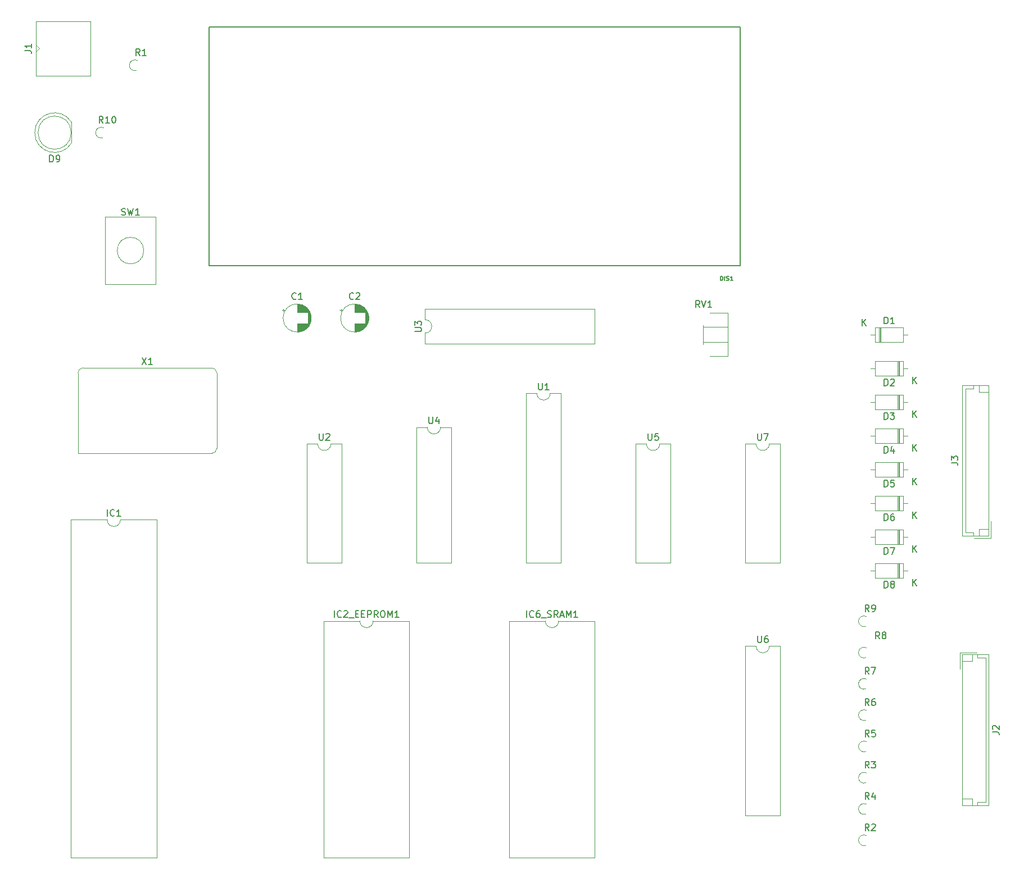
<source format=gbr>
%TF.GenerationSoftware,KiCad,Pcbnew,7.0.8*%
%TF.CreationDate,2023-11-04T10:57:41+00:00*%
%TF.ProjectId,Z80Computer,5a383043-6f6d-4707-9574-65722e6b6963,rev?*%
%TF.SameCoordinates,Original*%
%TF.FileFunction,Legend,Top*%
%TF.FilePolarity,Positive*%
%FSLAX46Y46*%
G04 Gerber Fmt 4.6, Leading zero omitted, Abs format (unit mm)*
G04 Created by KiCad (PCBNEW 7.0.8) date 2023-11-04 10:57:41*
%MOMM*%
%LPD*%
G01*
G04 APERTURE LIST*
%ADD10C,0.150000*%
%ADD11C,0.120000*%
%ADD12C,0.127000*%
G04 APERTURE END LIST*
D10*
X62548810Y-108619819D02*
X62548810Y-107619819D01*
X63596428Y-108524580D02*
X63548809Y-108572200D01*
X63548809Y-108572200D02*
X63405952Y-108619819D01*
X63405952Y-108619819D02*
X63310714Y-108619819D01*
X63310714Y-108619819D02*
X63167857Y-108572200D01*
X63167857Y-108572200D02*
X63072619Y-108476961D01*
X63072619Y-108476961D02*
X63025000Y-108381723D01*
X63025000Y-108381723D02*
X62977381Y-108191247D01*
X62977381Y-108191247D02*
X62977381Y-108048390D01*
X62977381Y-108048390D02*
X63025000Y-107857914D01*
X63025000Y-107857914D02*
X63072619Y-107762676D01*
X63072619Y-107762676D02*
X63167857Y-107667438D01*
X63167857Y-107667438D02*
X63310714Y-107619819D01*
X63310714Y-107619819D02*
X63405952Y-107619819D01*
X63405952Y-107619819D02*
X63548809Y-107667438D01*
X63548809Y-107667438D02*
X63596428Y-107715057D01*
X64548809Y-108619819D02*
X63977381Y-108619819D01*
X64263095Y-108619819D02*
X64263095Y-107619819D01*
X64263095Y-107619819D02*
X64167857Y-107762676D01*
X64167857Y-107762676D02*
X64072619Y-107857914D01*
X64072619Y-107857914D02*
X63977381Y-107905533D01*
X160528095Y-96164819D02*
X160528095Y-96974342D01*
X160528095Y-96974342D02*
X160575714Y-97069580D01*
X160575714Y-97069580D02*
X160623333Y-97117200D01*
X160623333Y-97117200D02*
X160718571Y-97164819D01*
X160718571Y-97164819D02*
X160909047Y-97164819D01*
X160909047Y-97164819D02*
X161004285Y-97117200D01*
X161004285Y-97117200D02*
X161051904Y-97069580D01*
X161051904Y-97069580D02*
X161099523Y-96974342D01*
X161099523Y-96974342D02*
X161099523Y-96164819D01*
X161480476Y-96164819D02*
X162147142Y-96164819D01*
X162147142Y-96164819D02*
X161718571Y-97164819D01*
X96766667Y-123869819D02*
X96766667Y-122869819D01*
X97814285Y-123774580D02*
X97766666Y-123822200D01*
X97766666Y-123822200D02*
X97623809Y-123869819D01*
X97623809Y-123869819D02*
X97528571Y-123869819D01*
X97528571Y-123869819D02*
X97385714Y-123822200D01*
X97385714Y-123822200D02*
X97290476Y-123726961D01*
X97290476Y-123726961D02*
X97242857Y-123631723D01*
X97242857Y-123631723D02*
X97195238Y-123441247D01*
X97195238Y-123441247D02*
X97195238Y-123298390D01*
X97195238Y-123298390D02*
X97242857Y-123107914D01*
X97242857Y-123107914D02*
X97290476Y-123012676D01*
X97290476Y-123012676D02*
X97385714Y-122917438D01*
X97385714Y-122917438D02*
X97528571Y-122869819D01*
X97528571Y-122869819D02*
X97623809Y-122869819D01*
X97623809Y-122869819D02*
X97766666Y-122917438D01*
X97766666Y-122917438D02*
X97814285Y-122965057D01*
X98195238Y-122965057D02*
X98242857Y-122917438D01*
X98242857Y-122917438D02*
X98338095Y-122869819D01*
X98338095Y-122869819D02*
X98576190Y-122869819D01*
X98576190Y-122869819D02*
X98671428Y-122917438D01*
X98671428Y-122917438D02*
X98719047Y-122965057D01*
X98719047Y-122965057D02*
X98766666Y-123060295D01*
X98766666Y-123060295D02*
X98766666Y-123155533D01*
X98766666Y-123155533D02*
X98719047Y-123298390D01*
X98719047Y-123298390D02*
X98147619Y-123869819D01*
X98147619Y-123869819D02*
X98766666Y-123869819D01*
X98957143Y-123965057D02*
X99719047Y-123965057D01*
X99957143Y-123346009D02*
X100290476Y-123346009D01*
X100433333Y-123869819D02*
X99957143Y-123869819D01*
X99957143Y-123869819D02*
X99957143Y-122869819D01*
X99957143Y-122869819D02*
X100433333Y-122869819D01*
X100861905Y-123346009D02*
X101195238Y-123346009D01*
X101338095Y-123869819D02*
X100861905Y-123869819D01*
X100861905Y-123869819D02*
X100861905Y-122869819D01*
X100861905Y-122869819D02*
X101338095Y-122869819D01*
X101766667Y-123869819D02*
X101766667Y-122869819D01*
X101766667Y-122869819D02*
X102147619Y-122869819D01*
X102147619Y-122869819D02*
X102242857Y-122917438D01*
X102242857Y-122917438D02*
X102290476Y-122965057D01*
X102290476Y-122965057D02*
X102338095Y-123060295D01*
X102338095Y-123060295D02*
X102338095Y-123203152D01*
X102338095Y-123203152D02*
X102290476Y-123298390D01*
X102290476Y-123298390D02*
X102242857Y-123346009D01*
X102242857Y-123346009D02*
X102147619Y-123393628D01*
X102147619Y-123393628D02*
X101766667Y-123393628D01*
X103338095Y-123869819D02*
X103004762Y-123393628D01*
X102766667Y-123869819D02*
X102766667Y-122869819D01*
X102766667Y-122869819D02*
X103147619Y-122869819D01*
X103147619Y-122869819D02*
X103242857Y-122917438D01*
X103242857Y-122917438D02*
X103290476Y-122965057D01*
X103290476Y-122965057D02*
X103338095Y-123060295D01*
X103338095Y-123060295D02*
X103338095Y-123203152D01*
X103338095Y-123203152D02*
X103290476Y-123298390D01*
X103290476Y-123298390D02*
X103242857Y-123346009D01*
X103242857Y-123346009D02*
X103147619Y-123393628D01*
X103147619Y-123393628D02*
X102766667Y-123393628D01*
X103957143Y-122869819D02*
X104147619Y-122869819D01*
X104147619Y-122869819D02*
X104242857Y-122917438D01*
X104242857Y-122917438D02*
X104338095Y-123012676D01*
X104338095Y-123012676D02*
X104385714Y-123203152D01*
X104385714Y-123203152D02*
X104385714Y-123536485D01*
X104385714Y-123536485D02*
X104338095Y-123726961D01*
X104338095Y-123726961D02*
X104242857Y-123822200D01*
X104242857Y-123822200D02*
X104147619Y-123869819D01*
X104147619Y-123869819D02*
X103957143Y-123869819D01*
X103957143Y-123869819D02*
X103861905Y-123822200D01*
X103861905Y-123822200D02*
X103766667Y-123726961D01*
X103766667Y-123726961D02*
X103719048Y-123536485D01*
X103719048Y-123536485D02*
X103719048Y-123203152D01*
X103719048Y-123203152D02*
X103766667Y-123012676D01*
X103766667Y-123012676D02*
X103861905Y-122917438D01*
X103861905Y-122917438D02*
X103957143Y-122869819D01*
X104814286Y-123869819D02*
X104814286Y-122869819D01*
X104814286Y-122869819D02*
X105147619Y-123584104D01*
X105147619Y-123584104D02*
X105480952Y-122869819D01*
X105480952Y-122869819D02*
X105480952Y-123869819D01*
X106480952Y-123869819D02*
X105909524Y-123869819D01*
X106195238Y-123869819D02*
X106195238Y-122869819D01*
X106195238Y-122869819D02*
X106100000Y-123012676D01*
X106100000Y-123012676D02*
X106004762Y-123107914D01*
X106004762Y-123107914D02*
X105909524Y-123155533D01*
X151804761Y-77134819D02*
X151471428Y-76658628D01*
X151233333Y-77134819D02*
X151233333Y-76134819D01*
X151233333Y-76134819D02*
X151614285Y-76134819D01*
X151614285Y-76134819D02*
X151709523Y-76182438D01*
X151709523Y-76182438D02*
X151757142Y-76230057D01*
X151757142Y-76230057D02*
X151804761Y-76325295D01*
X151804761Y-76325295D02*
X151804761Y-76468152D01*
X151804761Y-76468152D02*
X151757142Y-76563390D01*
X151757142Y-76563390D02*
X151709523Y-76611009D01*
X151709523Y-76611009D02*
X151614285Y-76658628D01*
X151614285Y-76658628D02*
X151233333Y-76658628D01*
X152090476Y-76134819D02*
X152423809Y-77134819D01*
X152423809Y-77134819D02*
X152757142Y-76134819D01*
X153614285Y-77134819D02*
X153042857Y-77134819D01*
X153328571Y-77134819D02*
X153328571Y-76134819D01*
X153328571Y-76134819D02*
X153233333Y-76277676D01*
X153233333Y-76277676D02*
X153138095Y-76372914D01*
X153138095Y-76372914D02*
X153042857Y-76420533D01*
X177313333Y-156014819D02*
X176980000Y-155538628D01*
X176741905Y-156014819D02*
X176741905Y-155014819D01*
X176741905Y-155014819D02*
X177122857Y-155014819D01*
X177122857Y-155014819D02*
X177218095Y-155062438D01*
X177218095Y-155062438D02*
X177265714Y-155110057D01*
X177265714Y-155110057D02*
X177313333Y-155205295D01*
X177313333Y-155205295D02*
X177313333Y-155348152D01*
X177313333Y-155348152D02*
X177265714Y-155443390D01*
X177265714Y-155443390D02*
X177218095Y-155491009D01*
X177218095Y-155491009D02*
X177122857Y-155538628D01*
X177122857Y-155538628D02*
X176741905Y-155538628D01*
X177694286Y-155110057D02*
X177741905Y-155062438D01*
X177741905Y-155062438D02*
X177837143Y-155014819D01*
X177837143Y-155014819D02*
X178075238Y-155014819D01*
X178075238Y-155014819D02*
X178170476Y-155062438D01*
X178170476Y-155062438D02*
X178218095Y-155110057D01*
X178218095Y-155110057D02*
X178265714Y-155205295D01*
X178265714Y-155205295D02*
X178265714Y-155300533D01*
X178265714Y-155300533D02*
X178218095Y-155443390D01*
X178218095Y-155443390D02*
X177646667Y-156014819D01*
X177646667Y-156014819D02*
X178265714Y-156014819D01*
X108884819Y-80771904D02*
X109694342Y-80771904D01*
X109694342Y-80771904D02*
X109789580Y-80724285D01*
X109789580Y-80724285D02*
X109837200Y-80676666D01*
X109837200Y-80676666D02*
X109884819Y-80581428D01*
X109884819Y-80581428D02*
X109884819Y-80390952D01*
X109884819Y-80390952D02*
X109837200Y-80295714D01*
X109837200Y-80295714D02*
X109789580Y-80248095D01*
X109789580Y-80248095D02*
X109694342Y-80200476D01*
X109694342Y-80200476D02*
X108884819Y-80200476D01*
X108884819Y-79819523D02*
X108884819Y-79200476D01*
X108884819Y-79200476D02*
X109265771Y-79533809D01*
X109265771Y-79533809D02*
X109265771Y-79390952D01*
X109265771Y-79390952D02*
X109313390Y-79295714D01*
X109313390Y-79295714D02*
X109361009Y-79248095D01*
X109361009Y-79248095D02*
X109456247Y-79200476D01*
X109456247Y-79200476D02*
X109694342Y-79200476D01*
X109694342Y-79200476D02*
X109789580Y-79248095D01*
X109789580Y-79248095D02*
X109837200Y-79295714D01*
X109837200Y-79295714D02*
X109884819Y-79390952D01*
X109884819Y-79390952D02*
X109884819Y-79676666D01*
X109884819Y-79676666D02*
X109837200Y-79771904D01*
X109837200Y-79771904D02*
X109789580Y-79819523D01*
X154898400Y-73074736D02*
X154898400Y-72434719D01*
X154898400Y-72434719D02*
X155050785Y-72434719D01*
X155050785Y-72434719D02*
X155142216Y-72465196D01*
X155142216Y-72465196D02*
X155203170Y-72526150D01*
X155203170Y-72526150D02*
X155233647Y-72587104D01*
X155233647Y-72587104D02*
X155264124Y-72709012D01*
X155264124Y-72709012D02*
X155264124Y-72800443D01*
X155264124Y-72800443D02*
X155233647Y-72922351D01*
X155233647Y-72922351D02*
X155203170Y-72983305D01*
X155203170Y-72983305D02*
X155142216Y-73044259D01*
X155142216Y-73044259D02*
X155050785Y-73074736D01*
X155050785Y-73074736D02*
X154898400Y-73074736D01*
X155538417Y-73074736D02*
X155538417Y-72434719D01*
X155812710Y-73044259D02*
X155904141Y-73074736D01*
X155904141Y-73074736D02*
X156056526Y-73074736D01*
X156056526Y-73074736D02*
X156117480Y-73044259D01*
X156117480Y-73044259D02*
X156147957Y-73013782D01*
X156147957Y-73013782D02*
X156178434Y-72952828D01*
X156178434Y-72952828D02*
X156178434Y-72891874D01*
X156178434Y-72891874D02*
X156147957Y-72830920D01*
X156147957Y-72830920D02*
X156117480Y-72800443D01*
X156117480Y-72800443D02*
X156056526Y-72769966D01*
X156056526Y-72769966D02*
X155934618Y-72739489D01*
X155934618Y-72739489D02*
X155873664Y-72709012D01*
X155873664Y-72709012D02*
X155843187Y-72678535D01*
X155843187Y-72678535D02*
X155812710Y-72617581D01*
X155812710Y-72617581D02*
X155812710Y-72556627D01*
X155812710Y-72556627D02*
X155843187Y-72495673D01*
X155843187Y-72495673D02*
X155873664Y-72465196D01*
X155873664Y-72465196D02*
X155934618Y-72434719D01*
X155934618Y-72434719D02*
X156087003Y-72434719D01*
X156087003Y-72434719D02*
X156178434Y-72465196D01*
X156787974Y-73074736D02*
X156422250Y-73074736D01*
X156605112Y-73074736D02*
X156605112Y-72434719D01*
X156605112Y-72434719D02*
X156544158Y-72526150D01*
X156544158Y-72526150D02*
X156483204Y-72587104D01*
X156483204Y-72587104D02*
X156422250Y-72617581D01*
X177313333Y-132429119D02*
X176980000Y-131952928D01*
X176741905Y-132429119D02*
X176741905Y-131429119D01*
X176741905Y-131429119D02*
X177122857Y-131429119D01*
X177122857Y-131429119D02*
X177218095Y-131476738D01*
X177218095Y-131476738D02*
X177265714Y-131524357D01*
X177265714Y-131524357D02*
X177313333Y-131619595D01*
X177313333Y-131619595D02*
X177313333Y-131762452D01*
X177313333Y-131762452D02*
X177265714Y-131857690D01*
X177265714Y-131857690D02*
X177218095Y-131905309D01*
X177218095Y-131905309D02*
X177122857Y-131952928D01*
X177122857Y-131952928D02*
X176741905Y-131952928D01*
X177646667Y-131429119D02*
X178313333Y-131429119D01*
X178313333Y-131429119D02*
X177884762Y-132429119D01*
X50134819Y-38433333D02*
X50849104Y-38433333D01*
X50849104Y-38433333D02*
X50991961Y-38480952D01*
X50991961Y-38480952D02*
X51087200Y-38576190D01*
X51087200Y-38576190D02*
X51134819Y-38719047D01*
X51134819Y-38719047D02*
X51134819Y-38814285D01*
X51134819Y-37433333D02*
X51134819Y-38004761D01*
X51134819Y-37719047D02*
X50134819Y-37719047D01*
X50134819Y-37719047D02*
X50277676Y-37814285D01*
X50277676Y-37814285D02*
X50372914Y-37909523D01*
X50372914Y-37909523D02*
X50420533Y-38004761D01*
X177313333Y-141863419D02*
X176980000Y-141387228D01*
X176741905Y-141863419D02*
X176741905Y-140863419D01*
X176741905Y-140863419D02*
X177122857Y-140863419D01*
X177122857Y-140863419D02*
X177218095Y-140911038D01*
X177218095Y-140911038D02*
X177265714Y-140958657D01*
X177265714Y-140958657D02*
X177313333Y-141053895D01*
X177313333Y-141053895D02*
X177313333Y-141196752D01*
X177313333Y-141196752D02*
X177265714Y-141291990D01*
X177265714Y-141291990D02*
X177218095Y-141339609D01*
X177218095Y-141339609D02*
X177122857Y-141387228D01*
X177122857Y-141387228D02*
X176741905Y-141387228D01*
X178218095Y-140863419D02*
X177741905Y-140863419D01*
X177741905Y-140863419D02*
X177694286Y-141339609D01*
X177694286Y-141339609D02*
X177741905Y-141291990D01*
X177741905Y-141291990D02*
X177837143Y-141244371D01*
X177837143Y-141244371D02*
X178075238Y-141244371D01*
X178075238Y-141244371D02*
X178170476Y-141291990D01*
X178170476Y-141291990D02*
X178218095Y-141339609D01*
X178218095Y-141339609D02*
X178265714Y-141434847D01*
X178265714Y-141434847D02*
X178265714Y-141672942D01*
X178265714Y-141672942D02*
X178218095Y-141768180D01*
X178218095Y-141768180D02*
X178170476Y-141815800D01*
X178170476Y-141815800D02*
X178075238Y-141863419D01*
X178075238Y-141863419D02*
X177837143Y-141863419D01*
X177837143Y-141863419D02*
X177741905Y-141815800D01*
X177741905Y-141815800D02*
X177694286Y-141768180D01*
X64706667Y-63177200D02*
X64849524Y-63224819D01*
X64849524Y-63224819D02*
X65087619Y-63224819D01*
X65087619Y-63224819D02*
X65182857Y-63177200D01*
X65182857Y-63177200D02*
X65230476Y-63129580D01*
X65230476Y-63129580D02*
X65278095Y-63034342D01*
X65278095Y-63034342D02*
X65278095Y-62939104D01*
X65278095Y-62939104D02*
X65230476Y-62843866D01*
X65230476Y-62843866D02*
X65182857Y-62796247D01*
X65182857Y-62796247D02*
X65087619Y-62748628D01*
X65087619Y-62748628D02*
X64897143Y-62701009D01*
X64897143Y-62701009D02*
X64801905Y-62653390D01*
X64801905Y-62653390D02*
X64754286Y-62605771D01*
X64754286Y-62605771D02*
X64706667Y-62510533D01*
X64706667Y-62510533D02*
X64706667Y-62415295D01*
X64706667Y-62415295D02*
X64754286Y-62320057D01*
X64754286Y-62320057D02*
X64801905Y-62272438D01*
X64801905Y-62272438D02*
X64897143Y-62224819D01*
X64897143Y-62224819D02*
X65135238Y-62224819D01*
X65135238Y-62224819D02*
X65278095Y-62272438D01*
X65611429Y-62224819D02*
X65849524Y-63224819D01*
X65849524Y-63224819D02*
X66040000Y-62510533D01*
X66040000Y-62510533D02*
X66230476Y-63224819D01*
X66230476Y-63224819D02*
X66468572Y-62224819D01*
X67373333Y-63224819D02*
X66801905Y-63224819D01*
X67087619Y-63224819D02*
X67087619Y-62224819D01*
X67087619Y-62224819D02*
X66992381Y-62367676D01*
X66992381Y-62367676D02*
X66897143Y-62462914D01*
X66897143Y-62462914D02*
X66801905Y-62510533D01*
X67770476Y-84714819D02*
X68437142Y-85714819D01*
X68437142Y-84714819D02*
X67770476Y-85714819D01*
X69341904Y-85714819D02*
X68770476Y-85714819D01*
X69056190Y-85714819D02*
X69056190Y-84714819D01*
X69056190Y-84714819D02*
X68960952Y-84857676D01*
X68960952Y-84857676D02*
X68865714Y-84952914D01*
X68865714Y-84952914D02*
X68770476Y-85000533D01*
X67463333Y-39174819D02*
X67130000Y-38698628D01*
X66891905Y-39174819D02*
X66891905Y-38174819D01*
X66891905Y-38174819D02*
X67272857Y-38174819D01*
X67272857Y-38174819D02*
X67368095Y-38222438D01*
X67368095Y-38222438D02*
X67415714Y-38270057D01*
X67415714Y-38270057D02*
X67463333Y-38365295D01*
X67463333Y-38365295D02*
X67463333Y-38508152D01*
X67463333Y-38508152D02*
X67415714Y-38603390D01*
X67415714Y-38603390D02*
X67368095Y-38651009D01*
X67368095Y-38651009D02*
X67272857Y-38698628D01*
X67272857Y-38698628D02*
X66891905Y-38698628D01*
X68415714Y-39174819D02*
X67844286Y-39174819D01*
X68130000Y-39174819D02*
X68130000Y-38174819D01*
X68130000Y-38174819D02*
X68034762Y-38317676D01*
X68034762Y-38317676D02*
X67939524Y-38412914D01*
X67939524Y-38412914D02*
X67844286Y-38460533D01*
X177313333Y-137146219D02*
X176980000Y-136670028D01*
X176741905Y-137146219D02*
X176741905Y-136146219D01*
X176741905Y-136146219D02*
X177122857Y-136146219D01*
X177122857Y-136146219D02*
X177218095Y-136193838D01*
X177218095Y-136193838D02*
X177265714Y-136241457D01*
X177265714Y-136241457D02*
X177313333Y-136336695D01*
X177313333Y-136336695D02*
X177313333Y-136479552D01*
X177313333Y-136479552D02*
X177265714Y-136574790D01*
X177265714Y-136574790D02*
X177218095Y-136622409D01*
X177218095Y-136622409D02*
X177122857Y-136670028D01*
X177122857Y-136670028D02*
X176741905Y-136670028D01*
X178170476Y-136146219D02*
X177980000Y-136146219D01*
X177980000Y-136146219D02*
X177884762Y-136193838D01*
X177884762Y-136193838D02*
X177837143Y-136241457D01*
X177837143Y-136241457D02*
X177741905Y-136384314D01*
X177741905Y-136384314D02*
X177694286Y-136574790D01*
X177694286Y-136574790D02*
X177694286Y-136955742D01*
X177694286Y-136955742D02*
X177741905Y-137050980D01*
X177741905Y-137050980D02*
X177789524Y-137098600D01*
X177789524Y-137098600D02*
X177884762Y-137146219D01*
X177884762Y-137146219D02*
X178075238Y-137146219D01*
X178075238Y-137146219D02*
X178170476Y-137098600D01*
X178170476Y-137098600D02*
X178218095Y-137050980D01*
X178218095Y-137050980D02*
X178265714Y-136955742D01*
X178265714Y-136955742D02*
X178265714Y-136717647D01*
X178265714Y-136717647D02*
X178218095Y-136622409D01*
X178218095Y-136622409D02*
X178170476Y-136574790D01*
X178170476Y-136574790D02*
X178075238Y-136527171D01*
X178075238Y-136527171D02*
X177884762Y-136527171D01*
X177884762Y-136527171D02*
X177789524Y-136574790D01*
X177789524Y-136574790D02*
X177741905Y-136622409D01*
X177741905Y-136622409D02*
X177694286Y-136717647D01*
X179601905Y-79614819D02*
X179601905Y-78614819D01*
X179601905Y-78614819D02*
X179840000Y-78614819D01*
X179840000Y-78614819D02*
X179982857Y-78662438D01*
X179982857Y-78662438D02*
X180078095Y-78757676D01*
X180078095Y-78757676D02*
X180125714Y-78852914D01*
X180125714Y-78852914D02*
X180173333Y-79043390D01*
X180173333Y-79043390D02*
X180173333Y-79186247D01*
X180173333Y-79186247D02*
X180125714Y-79376723D01*
X180125714Y-79376723D02*
X180078095Y-79471961D01*
X180078095Y-79471961D02*
X179982857Y-79567200D01*
X179982857Y-79567200D02*
X179840000Y-79614819D01*
X179840000Y-79614819D02*
X179601905Y-79614819D01*
X181125714Y-79614819D02*
X180554286Y-79614819D01*
X180840000Y-79614819D02*
X180840000Y-78614819D01*
X180840000Y-78614819D02*
X180744762Y-78757676D01*
X180744762Y-78757676D02*
X180649524Y-78852914D01*
X180649524Y-78852914D02*
X180554286Y-78900533D01*
X176268095Y-79934819D02*
X176268095Y-78934819D01*
X176839523Y-79934819D02*
X176410952Y-79363390D01*
X176839523Y-78934819D02*
X176268095Y-79506247D01*
X189694819Y-100563333D02*
X190409104Y-100563333D01*
X190409104Y-100563333D02*
X190551961Y-100610952D01*
X190551961Y-100610952D02*
X190647200Y-100706190D01*
X190647200Y-100706190D02*
X190694819Y-100849047D01*
X190694819Y-100849047D02*
X190694819Y-100944285D01*
X189694819Y-100182380D02*
X189694819Y-99563333D01*
X189694819Y-99563333D02*
X190075771Y-99896666D01*
X190075771Y-99896666D02*
X190075771Y-99753809D01*
X190075771Y-99753809D02*
X190123390Y-99658571D01*
X190123390Y-99658571D02*
X190171009Y-99610952D01*
X190171009Y-99610952D02*
X190266247Y-99563333D01*
X190266247Y-99563333D02*
X190504342Y-99563333D01*
X190504342Y-99563333D02*
X190599580Y-99610952D01*
X190599580Y-99610952D02*
X190647200Y-99658571D01*
X190647200Y-99658571D02*
X190694819Y-99753809D01*
X190694819Y-99753809D02*
X190694819Y-100039523D01*
X190694819Y-100039523D02*
X190647200Y-100134761D01*
X190647200Y-100134761D02*
X190599580Y-100182380D01*
X94488095Y-96164819D02*
X94488095Y-96974342D01*
X94488095Y-96974342D02*
X94535714Y-97069580D01*
X94535714Y-97069580D02*
X94583333Y-97117200D01*
X94583333Y-97117200D02*
X94678571Y-97164819D01*
X94678571Y-97164819D02*
X94869047Y-97164819D01*
X94869047Y-97164819D02*
X94964285Y-97117200D01*
X94964285Y-97117200D02*
X95011904Y-97069580D01*
X95011904Y-97069580D02*
X95059523Y-96974342D01*
X95059523Y-96974342D02*
X95059523Y-96164819D01*
X95488095Y-96260057D02*
X95535714Y-96212438D01*
X95535714Y-96212438D02*
X95630952Y-96164819D01*
X95630952Y-96164819D02*
X95869047Y-96164819D01*
X95869047Y-96164819D02*
X95964285Y-96212438D01*
X95964285Y-96212438D02*
X96011904Y-96260057D01*
X96011904Y-96260057D02*
X96059523Y-96355295D01*
X96059523Y-96355295D02*
X96059523Y-96450533D01*
X96059523Y-96450533D02*
X96011904Y-96593390D01*
X96011904Y-96593390D02*
X95440476Y-97164819D01*
X95440476Y-97164819D02*
X96059523Y-97164819D01*
X178903333Y-127091919D02*
X178570000Y-126615728D01*
X178331905Y-127091919D02*
X178331905Y-126091919D01*
X178331905Y-126091919D02*
X178712857Y-126091919D01*
X178712857Y-126091919D02*
X178808095Y-126139538D01*
X178808095Y-126139538D02*
X178855714Y-126187157D01*
X178855714Y-126187157D02*
X178903333Y-126282395D01*
X178903333Y-126282395D02*
X178903333Y-126425252D01*
X178903333Y-126425252D02*
X178855714Y-126520490D01*
X178855714Y-126520490D02*
X178808095Y-126568109D01*
X178808095Y-126568109D02*
X178712857Y-126615728D01*
X178712857Y-126615728D02*
X178331905Y-126615728D01*
X179474762Y-126520490D02*
X179379524Y-126472871D01*
X179379524Y-126472871D02*
X179331905Y-126425252D01*
X179331905Y-126425252D02*
X179284286Y-126330014D01*
X179284286Y-126330014D02*
X179284286Y-126282395D01*
X179284286Y-126282395D02*
X179331905Y-126187157D01*
X179331905Y-126187157D02*
X179379524Y-126139538D01*
X179379524Y-126139538D02*
X179474762Y-126091919D01*
X179474762Y-126091919D02*
X179665238Y-126091919D01*
X179665238Y-126091919D02*
X179760476Y-126139538D01*
X179760476Y-126139538D02*
X179808095Y-126187157D01*
X179808095Y-126187157D02*
X179855714Y-126282395D01*
X179855714Y-126282395D02*
X179855714Y-126330014D01*
X179855714Y-126330014D02*
X179808095Y-126425252D01*
X179808095Y-126425252D02*
X179760476Y-126472871D01*
X179760476Y-126472871D02*
X179665238Y-126520490D01*
X179665238Y-126520490D02*
X179474762Y-126520490D01*
X179474762Y-126520490D02*
X179379524Y-126568109D01*
X179379524Y-126568109D02*
X179331905Y-126615728D01*
X179331905Y-126615728D02*
X179284286Y-126710966D01*
X179284286Y-126710966D02*
X179284286Y-126901442D01*
X179284286Y-126901442D02*
X179331905Y-126996680D01*
X179331905Y-126996680D02*
X179379524Y-127044300D01*
X179379524Y-127044300D02*
X179474762Y-127091919D01*
X179474762Y-127091919D02*
X179665238Y-127091919D01*
X179665238Y-127091919D02*
X179760476Y-127044300D01*
X179760476Y-127044300D02*
X179808095Y-126996680D01*
X179808095Y-126996680D02*
X179855714Y-126901442D01*
X179855714Y-126901442D02*
X179855714Y-126710966D01*
X179855714Y-126710966D02*
X179808095Y-126615728D01*
X179808095Y-126615728D02*
X179760476Y-126568109D01*
X179760476Y-126568109D02*
X179665238Y-126520490D01*
X177313333Y-146580519D02*
X176980000Y-146104328D01*
X176741905Y-146580519D02*
X176741905Y-145580519D01*
X176741905Y-145580519D02*
X177122857Y-145580519D01*
X177122857Y-145580519D02*
X177218095Y-145628138D01*
X177218095Y-145628138D02*
X177265714Y-145675757D01*
X177265714Y-145675757D02*
X177313333Y-145770995D01*
X177313333Y-145770995D02*
X177313333Y-145913852D01*
X177313333Y-145913852D02*
X177265714Y-146009090D01*
X177265714Y-146009090D02*
X177218095Y-146056709D01*
X177218095Y-146056709D02*
X177122857Y-146104328D01*
X177122857Y-146104328D02*
X176741905Y-146104328D01*
X177646667Y-145580519D02*
X178265714Y-145580519D01*
X178265714Y-145580519D02*
X177932381Y-145961471D01*
X177932381Y-145961471D02*
X178075238Y-145961471D01*
X178075238Y-145961471D02*
X178170476Y-146009090D01*
X178170476Y-146009090D02*
X178218095Y-146056709D01*
X178218095Y-146056709D02*
X178265714Y-146151947D01*
X178265714Y-146151947D02*
X178265714Y-146390042D01*
X178265714Y-146390042D02*
X178218095Y-146485280D01*
X178218095Y-146485280D02*
X178170476Y-146532900D01*
X178170476Y-146532900D02*
X178075238Y-146580519D01*
X178075238Y-146580519D02*
X177789524Y-146580519D01*
X177789524Y-146580519D02*
X177694286Y-146532900D01*
X177694286Y-146532900D02*
X177646667Y-146485280D01*
X179601905Y-109254819D02*
X179601905Y-108254819D01*
X179601905Y-108254819D02*
X179840000Y-108254819D01*
X179840000Y-108254819D02*
X179982857Y-108302438D01*
X179982857Y-108302438D02*
X180078095Y-108397676D01*
X180078095Y-108397676D02*
X180125714Y-108492914D01*
X180125714Y-108492914D02*
X180173333Y-108683390D01*
X180173333Y-108683390D02*
X180173333Y-108826247D01*
X180173333Y-108826247D02*
X180125714Y-109016723D01*
X180125714Y-109016723D02*
X180078095Y-109111961D01*
X180078095Y-109111961D02*
X179982857Y-109207200D01*
X179982857Y-109207200D02*
X179840000Y-109254819D01*
X179840000Y-109254819D02*
X179601905Y-109254819D01*
X181030476Y-108254819D02*
X180840000Y-108254819D01*
X180840000Y-108254819D02*
X180744762Y-108302438D01*
X180744762Y-108302438D02*
X180697143Y-108350057D01*
X180697143Y-108350057D02*
X180601905Y-108492914D01*
X180601905Y-108492914D02*
X180554286Y-108683390D01*
X180554286Y-108683390D02*
X180554286Y-109064342D01*
X180554286Y-109064342D02*
X180601905Y-109159580D01*
X180601905Y-109159580D02*
X180649524Y-109207200D01*
X180649524Y-109207200D02*
X180744762Y-109254819D01*
X180744762Y-109254819D02*
X180935238Y-109254819D01*
X180935238Y-109254819D02*
X181030476Y-109207200D01*
X181030476Y-109207200D02*
X181078095Y-109159580D01*
X181078095Y-109159580D02*
X181125714Y-109064342D01*
X181125714Y-109064342D02*
X181125714Y-108826247D01*
X181125714Y-108826247D02*
X181078095Y-108731009D01*
X181078095Y-108731009D02*
X181030476Y-108683390D01*
X181030476Y-108683390D02*
X180935238Y-108635771D01*
X180935238Y-108635771D02*
X180744762Y-108635771D01*
X180744762Y-108635771D02*
X180649524Y-108683390D01*
X180649524Y-108683390D02*
X180601905Y-108731009D01*
X180601905Y-108731009D02*
X180554286Y-108826247D01*
X183888095Y-108934819D02*
X183888095Y-107934819D01*
X184459523Y-108934819D02*
X184030952Y-108363390D01*
X184459523Y-107934819D02*
X183888095Y-108506247D01*
X144018095Y-96164819D02*
X144018095Y-96974342D01*
X144018095Y-96974342D02*
X144065714Y-97069580D01*
X144065714Y-97069580D02*
X144113333Y-97117200D01*
X144113333Y-97117200D02*
X144208571Y-97164819D01*
X144208571Y-97164819D02*
X144399047Y-97164819D01*
X144399047Y-97164819D02*
X144494285Y-97117200D01*
X144494285Y-97117200D02*
X144541904Y-97069580D01*
X144541904Y-97069580D02*
X144589523Y-96974342D01*
X144589523Y-96974342D02*
X144589523Y-96164819D01*
X145541904Y-96164819D02*
X145065714Y-96164819D01*
X145065714Y-96164819D02*
X145018095Y-96641009D01*
X145018095Y-96641009D02*
X145065714Y-96593390D01*
X145065714Y-96593390D02*
X145160952Y-96545771D01*
X145160952Y-96545771D02*
X145399047Y-96545771D01*
X145399047Y-96545771D02*
X145494285Y-96593390D01*
X145494285Y-96593390D02*
X145541904Y-96641009D01*
X145541904Y-96641009D02*
X145589523Y-96736247D01*
X145589523Y-96736247D02*
X145589523Y-96974342D01*
X145589523Y-96974342D02*
X145541904Y-97069580D01*
X145541904Y-97069580D02*
X145494285Y-97117200D01*
X145494285Y-97117200D02*
X145399047Y-97164819D01*
X145399047Y-97164819D02*
X145160952Y-97164819D01*
X145160952Y-97164819D02*
X145065714Y-97117200D01*
X145065714Y-97117200D02*
X145018095Y-97069580D01*
X177313333Y-151297719D02*
X176980000Y-150821528D01*
X176741905Y-151297719D02*
X176741905Y-150297719D01*
X176741905Y-150297719D02*
X177122857Y-150297719D01*
X177122857Y-150297719D02*
X177218095Y-150345338D01*
X177218095Y-150345338D02*
X177265714Y-150392957D01*
X177265714Y-150392957D02*
X177313333Y-150488195D01*
X177313333Y-150488195D02*
X177313333Y-150631052D01*
X177313333Y-150631052D02*
X177265714Y-150726290D01*
X177265714Y-150726290D02*
X177218095Y-150773909D01*
X177218095Y-150773909D02*
X177122857Y-150821528D01*
X177122857Y-150821528D02*
X176741905Y-150821528D01*
X178170476Y-150631052D02*
X178170476Y-151297719D01*
X177932381Y-150250100D02*
X177694286Y-150964385D01*
X177694286Y-150964385D02*
X178313333Y-150964385D01*
X177313333Y-122994819D02*
X176980000Y-122518628D01*
X176741905Y-122994819D02*
X176741905Y-121994819D01*
X176741905Y-121994819D02*
X177122857Y-121994819D01*
X177122857Y-121994819D02*
X177218095Y-122042438D01*
X177218095Y-122042438D02*
X177265714Y-122090057D01*
X177265714Y-122090057D02*
X177313333Y-122185295D01*
X177313333Y-122185295D02*
X177313333Y-122328152D01*
X177313333Y-122328152D02*
X177265714Y-122423390D01*
X177265714Y-122423390D02*
X177218095Y-122471009D01*
X177218095Y-122471009D02*
X177122857Y-122518628D01*
X177122857Y-122518628D02*
X176741905Y-122518628D01*
X177789524Y-122994819D02*
X177980000Y-122994819D01*
X177980000Y-122994819D02*
X178075238Y-122947200D01*
X178075238Y-122947200D02*
X178122857Y-122899580D01*
X178122857Y-122899580D02*
X178218095Y-122756723D01*
X178218095Y-122756723D02*
X178265714Y-122566247D01*
X178265714Y-122566247D02*
X178265714Y-122185295D01*
X178265714Y-122185295D02*
X178218095Y-122090057D01*
X178218095Y-122090057D02*
X178170476Y-122042438D01*
X178170476Y-122042438D02*
X178075238Y-121994819D01*
X178075238Y-121994819D02*
X177884762Y-121994819D01*
X177884762Y-121994819D02*
X177789524Y-122042438D01*
X177789524Y-122042438D02*
X177741905Y-122090057D01*
X177741905Y-122090057D02*
X177694286Y-122185295D01*
X177694286Y-122185295D02*
X177694286Y-122423390D01*
X177694286Y-122423390D02*
X177741905Y-122518628D01*
X177741905Y-122518628D02*
X177789524Y-122566247D01*
X177789524Y-122566247D02*
X177884762Y-122613866D01*
X177884762Y-122613866D02*
X178075238Y-122613866D01*
X178075238Y-122613866D02*
X178170476Y-122566247D01*
X178170476Y-122566247D02*
X178218095Y-122518628D01*
X178218095Y-122518628D02*
X178265714Y-122423390D01*
X99643333Y-75849580D02*
X99595714Y-75897200D01*
X99595714Y-75897200D02*
X99452857Y-75944819D01*
X99452857Y-75944819D02*
X99357619Y-75944819D01*
X99357619Y-75944819D02*
X99214762Y-75897200D01*
X99214762Y-75897200D02*
X99119524Y-75801961D01*
X99119524Y-75801961D02*
X99071905Y-75706723D01*
X99071905Y-75706723D02*
X99024286Y-75516247D01*
X99024286Y-75516247D02*
X99024286Y-75373390D01*
X99024286Y-75373390D02*
X99071905Y-75182914D01*
X99071905Y-75182914D02*
X99119524Y-75087676D01*
X99119524Y-75087676D02*
X99214762Y-74992438D01*
X99214762Y-74992438D02*
X99357619Y-74944819D01*
X99357619Y-74944819D02*
X99452857Y-74944819D01*
X99452857Y-74944819D02*
X99595714Y-74992438D01*
X99595714Y-74992438D02*
X99643333Y-75040057D01*
X100024286Y-75040057D02*
X100071905Y-74992438D01*
X100071905Y-74992438D02*
X100167143Y-74944819D01*
X100167143Y-74944819D02*
X100405238Y-74944819D01*
X100405238Y-74944819D02*
X100500476Y-74992438D01*
X100500476Y-74992438D02*
X100548095Y-75040057D01*
X100548095Y-75040057D02*
X100595714Y-75135295D01*
X100595714Y-75135295D02*
X100595714Y-75230533D01*
X100595714Y-75230533D02*
X100548095Y-75373390D01*
X100548095Y-75373390D02*
X99976667Y-75944819D01*
X99976667Y-75944819D02*
X100595714Y-75944819D01*
X179601905Y-99094819D02*
X179601905Y-98094819D01*
X179601905Y-98094819D02*
X179840000Y-98094819D01*
X179840000Y-98094819D02*
X179982857Y-98142438D01*
X179982857Y-98142438D02*
X180078095Y-98237676D01*
X180078095Y-98237676D02*
X180125714Y-98332914D01*
X180125714Y-98332914D02*
X180173333Y-98523390D01*
X180173333Y-98523390D02*
X180173333Y-98666247D01*
X180173333Y-98666247D02*
X180125714Y-98856723D01*
X180125714Y-98856723D02*
X180078095Y-98951961D01*
X180078095Y-98951961D02*
X179982857Y-99047200D01*
X179982857Y-99047200D02*
X179840000Y-99094819D01*
X179840000Y-99094819D02*
X179601905Y-99094819D01*
X181030476Y-98428152D02*
X181030476Y-99094819D01*
X180792381Y-98047200D02*
X180554286Y-98761485D01*
X180554286Y-98761485D02*
X181173333Y-98761485D01*
X183888095Y-98774819D02*
X183888095Y-97774819D01*
X184459523Y-98774819D02*
X184030952Y-98203390D01*
X184459523Y-97774819D02*
X183888095Y-98346247D01*
X61907142Y-49334819D02*
X61573809Y-48858628D01*
X61335714Y-49334819D02*
X61335714Y-48334819D01*
X61335714Y-48334819D02*
X61716666Y-48334819D01*
X61716666Y-48334819D02*
X61811904Y-48382438D01*
X61811904Y-48382438D02*
X61859523Y-48430057D01*
X61859523Y-48430057D02*
X61907142Y-48525295D01*
X61907142Y-48525295D02*
X61907142Y-48668152D01*
X61907142Y-48668152D02*
X61859523Y-48763390D01*
X61859523Y-48763390D02*
X61811904Y-48811009D01*
X61811904Y-48811009D02*
X61716666Y-48858628D01*
X61716666Y-48858628D02*
X61335714Y-48858628D01*
X62859523Y-49334819D02*
X62288095Y-49334819D01*
X62573809Y-49334819D02*
X62573809Y-48334819D01*
X62573809Y-48334819D02*
X62478571Y-48477676D01*
X62478571Y-48477676D02*
X62383333Y-48572914D01*
X62383333Y-48572914D02*
X62288095Y-48620533D01*
X63478571Y-48334819D02*
X63573809Y-48334819D01*
X63573809Y-48334819D02*
X63669047Y-48382438D01*
X63669047Y-48382438D02*
X63716666Y-48430057D01*
X63716666Y-48430057D02*
X63764285Y-48525295D01*
X63764285Y-48525295D02*
X63811904Y-48715771D01*
X63811904Y-48715771D02*
X63811904Y-48953866D01*
X63811904Y-48953866D02*
X63764285Y-49144342D01*
X63764285Y-49144342D02*
X63716666Y-49239580D01*
X63716666Y-49239580D02*
X63669047Y-49287200D01*
X63669047Y-49287200D02*
X63573809Y-49334819D01*
X63573809Y-49334819D02*
X63478571Y-49334819D01*
X63478571Y-49334819D02*
X63383333Y-49287200D01*
X63383333Y-49287200D02*
X63335714Y-49239580D01*
X63335714Y-49239580D02*
X63288095Y-49144342D01*
X63288095Y-49144342D02*
X63240476Y-48953866D01*
X63240476Y-48953866D02*
X63240476Y-48715771D01*
X63240476Y-48715771D02*
X63288095Y-48525295D01*
X63288095Y-48525295D02*
X63335714Y-48430057D01*
X63335714Y-48430057D02*
X63383333Y-48382438D01*
X63383333Y-48382438D02*
X63478571Y-48334819D01*
X53871905Y-55214819D02*
X53871905Y-54214819D01*
X53871905Y-54214819D02*
X54110000Y-54214819D01*
X54110000Y-54214819D02*
X54252857Y-54262438D01*
X54252857Y-54262438D02*
X54348095Y-54357676D01*
X54348095Y-54357676D02*
X54395714Y-54452914D01*
X54395714Y-54452914D02*
X54443333Y-54643390D01*
X54443333Y-54643390D02*
X54443333Y-54786247D01*
X54443333Y-54786247D02*
X54395714Y-54976723D01*
X54395714Y-54976723D02*
X54348095Y-55071961D01*
X54348095Y-55071961D02*
X54252857Y-55167200D01*
X54252857Y-55167200D02*
X54110000Y-55214819D01*
X54110000Y-55214819D02*
X53871905Y-55214819D01*
X54919524Y-55214819D02*
X55110000Y-55214819D01*
X55110000Y-55214819D02*
X55205238Y-55167200D01*
X55205238Y-55167200D02*
X55252857Y-55119580D01*
X55252857Y-55119580D02*
X55348095Y-54976723D01*
X55348095Y-54976723D02*
X55395714Y-54786247D01*
X55395714Y-54786247D02*
X55395714Y-54405295D01*
X55395714Y-54405295D02*
X55348095Y-54310057D01*
X55348095Y-54310057D02*
X55300476Y-54262438D01*
X55300476Y-54262438D02*
X55205238Y-54214819D01*
X55205238Y-54214819D02*
X55014762Y-54214819D01*
X55014762Y-54214819D02*
X54919524Y-54262438D01*
X54919524Y-54262438D02*
X54871905Y-54310057D01*
X54871905Y-54310057D02*
X54824286Y-54405295D01*
X54824286Y-54405295D02*
X54824286Y-54643390D01*
X54824286Y-54643390D02*
X54871905Y-54738628D01*
X54871905Y-54738628D02*
X54919524Y-54786247D01*
X54919524Y-54786247D02*
X55014762Y-54833866D01*
X55014762Y-54833866D02*
X55205238Y-54833866D01*
X55205238Y-54833866D02*
X55300476Y-54786247D01*
X55300476Y-54786247D02*
X55348095Y-54738628D01*
X55348095Y-54738628D02*
X55395714Y-54643390D01*
X179601905Y-104174819D02*
X179601905Y-103174819D01*
X179601905Y-103174819D02*
X179840000Y-103174819D01*
X179840000Y-103174819D02*
X179982857Y-103222438D01*
X179982857Y-103222438D02*
X180078095Y-103317676D01*
X180078095Y-103317676D02*
X180125714Y-103412914D01*
X180125714Y-103412914D02*
X180173333Y-103603390D01*
X180173333Y-103603390D02*
X180173333Y-103746247D01*
X180173333Y-103746247D02*
X180125714Y-103936723D01*
X180125714Y-103936723D02*
X180078095Y-104031961D01*
X180078095Y-104031961D02*
X179982857Y-104127200D01*
X179982857Y-104127200D02*
X179840000Y-104174819D01*
X179840000Y-104174819D02*
X179601905Y-104174819D01*
X181078095Y-103174819D02*
X180601905Y-103174819D01*
X180601905Y-103174819D02*
X180554286Y-103651009D01*
X180554286Y-103651009D02*
X180601905Y-103603390D01*
X180601905Y-103603390D02*
X180697143Y-103555771D01*
X180697143Y-103555771D02*
X180935238Y-103555771D01*
X180935238Y-103555771D02*
X181030476Y-103603390D01*
X181030476Y-103603390D02*
X181078095Y-103651009D01*
X181078095Y-103651009D02*
X181125714Y-103746247D01*
X181125714Y-103746247D02*
X181125714Y-103984342D01*
X181125714Y-103984342D02*
X181078095Y-104079580D01*
X181078095Y-104079580D02*
X181030476Y-104127200D01*
X181030476Y-104127200D02*
X180935238Y-104174819D01*
X180935238Y-104174819D02*
X180697143Y-104174819D01*
X180697143Y-104174819D02*
X180601905Y-104127200D01*
X180601905Y-104127200D02*
X180554286Y-104079580D01*
X183888095Y-103854819D02*
X183888095Y-102854819D01*
X184459523Y-103854819D02*
X184030952Y-103283390D01*
X184459523Y-102854819D02*
X183888095Y-103426247D01*
X125730476Y-123869819D02*
X125730476Y-122869819D01*
X126778094Y-123774580D02*
X126730475Y-123822200D01*
X126730475Y-123822200D02*
X126587618Y-123869819D01*
X126587618Y-123869819D02*
X126492380Y-123869819D01*
X126492380Y-123869819D02*
X126349523Y-123822200D01*
X126349523Y-123822200D02*
X126254285Y-123726961D01*
X126254285Y-123726961D02*
X126206666Y-123631723D01*
X126206666Y-123631723D02*
X126159047Y-123441247D01*
X126159047Y-123441247D02*
X126159047Y-123298390D01*
X126159047Y-123298390D02*
X126206666Y-123107914D01*
X126206666Y-123107914D02*
X126254285Y-123012676D01*
X126254285Y-123012676D02*
X126349523Y-122917438D01*
X126349523Y-122917438D02*
X126492380Y-122869819D01*
X126492380Y-122869819D02*
X126587618Y-122869819D01*
X126587618Y-122869819D02*
X126730475Y-122917438D01*
X126730475Y-122917438D02*
X126778094Y-122965057D01*
X127635237Y-122869819D02*
X127444761Y-122869819D01*
X127444761Y-122869819D02*
X127349523Y-122917438D01*
X127349523Y-122917438D02*
X127301904Y-122965057D01*
X127301904Y-122965057D02*
X127206666Y-123107914D01*
X127206666Y-123107914D02*
X127159047Y-123298390D01*
X127159047Y-123298390D02*
X127159047Y-123679342D01*
X127159047Y-123679342D02*
X127206666Y-123774580D01*
X127206666Y-123774580D02*
X127254285Y-123822200D01*
X127254285Y-123822200D02*
X127349523Y-123869819D01*
X127349523Y-123869819D02*
X127539999Y-123869819D01*
X127539999Y-123869819D02*
X127635237Y-123822200D01*
X127635237Y-123822200D02*
X127682856Y-123774580D01*
X127682856Y-123774580D02*
X127730475Y-123679342D01*
X127730475Y-123679342D02*
X127730475Y-123441247D01*
X127730475Y-123441247D02*
X127682856Y-123346009D01*
X127682856Y-123346009D02*
X127635237Y-123298390D01*
X127635237Y-123298390D02*
X127539999Y-123250771D01*
X127539999Y-123250771D02*
X127349523Y-123250771D01*
X127349523Y-123250771D02*
X127254285Y-123298390D01*
X127254285Y-123298390D02*
X127206666Y-123346009D01*
X127206666Y-123346009D02*
X127159047Y-123441247D01*
X127920952Y-123965057D02*
X128682856Y-123965057D01*
X128873333Y-123822200D02*
X129016190Y-123869819D01*
X129016190Y-123869819D02*
X129254285Y-123869819D01*
X129254285Y-123869819D02*
X129349523Y-123822200D01*
X129349523Y-123822200D02*
X129397142Y-123774580D01*
X129397142Y-123774580D02*
X129444761Y-123679342D01*
X129444761Y-123679342D02*
X129444761Y-123584104D01*
X129444761Y-123584104D02*
X129397142Y-123488866D01*
X129397142Y-123488866D02*
X129349523Y-123441247D01*
X129349523Y-123441247D02*
X129254285Y-123393628D01*
X129254285Y-123393628D02*
X129063809Y-123346009D01*
X129063809Y-123346009D02*
X128968571Y-123298390D01*
X128968571Y-123298390D02*
X128920952Y-123250771D01*
X128920952Y-123250771D02*
X128873333Y-123155533D01*
X128873333Y-123155533D02*
X128873333Y-123060295D01*
X128873333Y-123060295D02*
X128920952Y-122965057D01*
X128920952Y-122965057D02*
X128968571Y-122917438D01*
X128968571Y-122917438D02*
X129063809Y-122869819D01*
X129063809Y-122869819D02*
X129301904Y-122869819D01*
X129301904Y-122869819D02*
X129444761Y-122917438D01*
X130444761Y-123869819D02*
X130111428Y-123393628D01*
X129873333Y-123869819D02*
X129873333Y-122869819D01*
X129873333Y-122869819D02*
X130254285Y-122869819D01*
X130254285Y-122869819D02*
X130349523Y-122917438D01*
X130349523Y-122917438D02*
X130397142Y-122965057D01*
X130397142Y-122965057D02*
X130444761Y-123060295D01*
X130444761Y-123060295D02*
X130444761Y-123203152D01*
X130444761Y-123203152D02*
X130397142Y-123298390D01*
X130397142Y-123298390D02*
X130349523Y-123346009D01*
X130349523Y-123346009D02*
X130254285Y-123393628D01*
X130254285Y-123393628D02*
X129873333Y-123393628D01*
X130825714Y-123584104D02*
X131301904Y-123584104D01*
X130730476Y-123869819D02*
X131063809Y-122869819D01*
X131063809Y-122869819D02*
X131397142Y-123869819D01*
X131730476Y-123869819D02*
X131730476Y-122869819D01*
X131730476Y-122869819D02*
X132063809Y-123584104D01*
X132063809Y-123584104D02*
X132397142Y-122869819D01*
X132397142Y-122869819D02*
X132397142Y-123869819D01*
X133397142Y-123869819D02*
X132825714Y-123869819D01*
X133111428Y-123869819D02*
X133111428Y-122869819D01*
X133111428Y-122869819D02*
X133016190Y-123012676D01*
X133016190Y-123012676D02*
X132920952Y-123107914D01*
X132920952Y-123107914D02*
X132825714Y-123155533D01*
X127508095Y-88564819D02*
X127508095Y-89374342D01*
X127508095Y-89374342D02*
X127555714Y-89469580D01*
X127555714Y-89469580D02*
X127603333Y-89517200D01*
X127603333Y-89517200D02*
X127698571Y-89564819D01*
X127698571Y-89564819D02*
X127889047Y-89564819D01*
X127889047Y-89564819D02*
X127984285Y-89517200D01*
X127984285Y-89517200D02*
X128031904Y-89469580D01*
X128031904Y-89469580D02*
X128079523Y-89374342D01*
X128079523Y-89374342D02*
X128079523Y-88564819D01*
X129079523Y-89564819D02*
X128508095Y-89564819D01*
X128793809Y-89564819D02*
X128793809Y-88564819D01*
X128793809Y-88564819D02*
X128698571Y-88707676D01*
X128698571Y-88707676D02*
X128603333Y-88802914D01*
X128603333Y-88802914D02*
X128508095Y-88850533D01*
X179601905Y-94014819D02*
X179601905Y-93014819D01*
X179601905Y-93014819D02*
X179840000Y-93014819D01*
X179840000Y-93014819D02*
X179982857Y-93062438D01*
X179982857Y-93062438D02*
X180078095Y-93157676D01*
X180078095Y-93157676D02*
X180125714Y-93252914D01*
X180125714Y-93252914D02*
X180173333Y-93443390D01*
X180173333Y-93443390D02*
X180173333Y-93586247D01*
X180173333Y-93586247D02*
X180125714Y-93776723D01*
X180125714Y-93776723D02*
X180078095Y-93871961D01*
X180078095Y-93871961D02*
X179982857Y-93967200D01*
X179982857Y-93967200D02*
X179840000Y-94014819D01*
X179840000Y-94014819D02*
X179601905Y-94014819D01*
X180506667Y-93014819D02*
X181125714Y-93014819D01*
X181125714Y-93014819D02*
X180792381Y-93395771D01*
X180792381Y-93395771D02*
X180935238Y-93395771D01*
X180935238Y-93395771D02*
X181030476Y-93443390D01*
X181030476Y-93443390D02*
X181078095Y-93491009D01*
X181078095Y-93491009D02*
X181125714Y-93586247D01*
X181125714Y-93586247D02*
X181125714Y-93824342D01*
X181125714Y-93824342D02*
X181078095Y-93919580D01*
X181078095Y-93919580D02*
X181030476Y-93967200D01*
X181030476Y-93967200D02*
X180935238Y-94014819D01*
X180935238Y-94014819D02*
X180649524Y-94014819D01*
X180649524Y-94014819D02*
X180554286Y-93967200D01*
X180554286Y-93967200D02*
X180506667Y-93919580D01*
X183888095Y-93694819D02*
X183888095Y-92694819D01*
X184459523Y-93694819D02*
X184030952Y-93123390D01*
X184459523Y-92694819D02*
X183888095Y-93266247D01*
X90983333Y-75849580D02*
X90935714Y-75897200D01*
X90935714Y-75897200D02*
X90792857Y-75944819D01*
X90792857Y-75944819D02*
X90697619Y-75944819D01*
X90697619Y-75944819D02*
X90554762Y-75897200D01*
X90554762Y-75897200D02*
X90459524Y-75801961D01*
X90459524Y-75801961D02*
X90411905Y-75706723D01*
X90411905Y-75706723D02*
X90364286Y-75516247D01*
X90364286Y-75516247D02*
X90364286Y-75373390D01*
X90364286Y-75373390D02*
X90411905Y-75182914D01*
X90411905Y-75182914D02*
X90459524Y-75087676D01*
X90459524Y-75087676D02*
X90554762Y-74992438D01*
X90554762Y-74992438D02*
X90697619Y-74944819D01*
X90697619Y-74944819D02*
X90792857Y-74944819D01*
X90792857Y-74944819D02*
X90935714Y-74992438D01*
X90935714Y-74992438D02*
X90983333Y-75040057D01*
X91935714Y-75944819D02*
X91364286Y-75944819D01*
X91650000Y-75944819D02*
X91650000Y-74944819D01*
X91650000Y-74944819D02*
X91554762Y-75087676D01*
X91554762Y-75087676D02*
X91459524Y-75182914D01*
X91459524Y-75182914D02*
X91364286Y-75230533D01*
X195894819Y-141163333D02*
X196609104Y-141163333D01*
X196609104Y-141163333D02*
X196751961Y-141210952D01*
X196751961Y-141210952D02*
X196847200Y-141306190D01*
X196847200Y-141306190D02*
X196894819Y-141449047D01*
X196894819Y-141449047D02*
X196894819Y-141544285D01*
X195990057Y-140734761D02*
X195942438Y-140687142D01*
X195942438Y-140687142D02*
X195894819Y-140591904D01*
X195894819Y-140591904D02*
X195894819Y-140353809D01*
X195894819Y-140353809D02*
X195942438Y-140258571D01*
X195942438Y-140258571D02*
X195990057Y-140210952D01*
X195990057Y-140210952D02*
X196085295Y-140163333D01*
X196085295Y-140163333D02*
X196180533Y-140163333D01*
X196180533Y-140163333D02*
X196323390Y-140210952D01*
X196323390Y-140210952D02*
X196894819Y-140782380D01*
X196894819Y-140782380D02*
X196894819Y-140163333D01*
X160528095Y-126664819D02*
X160528095Y-127474342D01*
X160528095Y-127474342D02*
X160575714Y-127569580D01*
X160575714Y-127569580D02*
X160623333Y-127617200D01*
X160623333Y-127617200D02*
X160718571Y-127664819D01*
X160718571Y-127664819D02*
X160909047Y-127664819D01*
X160909047Y-127664819D02*
X161004285Y-127617200D01*
X161004285Y-127617200D02*
X161051904Y-127569580D01*
X161051904Y-127569580D02*
X161099523Y-127474342D01*
X161099523Y-127474342D02*
X161099523Y-126664819D01*
X162004285Y-126664819D02*
X161813809Y-126664819D01*
X161813809Y-126664819D02*
X161718571Y-126712438D01*
X161718571Y-126712438D02*
X161670952Y-126760057D01*
X161670952Y-126760057D02*
X161575714Y-126902914D01*
X161575714Y-126902914D02*
X161528095Y-127093390D01*
X161528095Y-127093390D02*
X161528095Y-127474342D01*
X161528095Y-127474342D02*
X161575714Y-127569580D01*
X161575714Y-127569580D02*
X161623333Y-127617200D01*
X161623333Y-127617200D02*
X161718571Y-127664819D01*
X161718571Y-127664819D02*
X161909047Y-127664819D01*
X161909047Y-127664819D02*
X162004285Y-127617200D01*
X162004285Y-127617200D02*
X162051904Y-127569580D01*
X162051904Y-127569580D02*
X162099523Y-127474342D01*
X162099523Y-127474342D02*
X162099523Y-127236247D01*
X162099523Y-127236247D02*
X162051904Y-127141009D01*
X162051904Y-127141009D02*
X162004285Y-127093390D01*
X162004285Y-127093390D02*
X161909047Y-127045771D01*
X161909047Y-127045771D02*
X161718571Y-127045771D01*
X161718571Y-127045771D02*
X161623333Y-127093390D01*
X161623333Y-127093390D02*
X161575714Y-127141009D01*
X161575714Y-127141009D02*
X161528095Y-127236247D01*
X110998095Y-93664819D02*
X110998095Y-94474342D01*
X110998095Y-94474342D02*
X111045714Y-94569580D01*
X111045714Y-94569580D02*
X111093333Y-94617200D01*
X111093333Y-94617200D02*
X111188571Y-94664819D01*
X111188571Y-94664819D02*
X111379047Y-94664819D01*
X111379047Y-94664819D02*
X111474285Y-94617200D01*
X111474285Y-94617200D02*
X111521904Y-94569580D01*
X111521904Y-94569580D02*
X111569523Y-94474342D01*
X111569523Y-94474342D02*
X111569523Y-93664819D01*
X112474285Y-93998152D02*
X112474285Y-94664819D01*
X112236190Y-93617200D02*
X111998095Y-94331485D01*
X111998095Y-94331485D02*
X112617142Y-94331485D01*
X179601905Y-119414819D02*
X179601905Y-118414819D01*
X179601905Y-118414819D02*
X179840000Y-118414819D01*
X179840000Y-118414819D02*
X179982857Y-118462438D01*
X179982857Y-118462438D02*
X180078095Y-118557676D01*
X180078095Y-118557676D02*
X180125714Y-118652914D01*
X180125714Y-118652914D02*
X180173333Y-118843390D01*
X180173333Y-118843390D02*
X180173333Y-118986247D01*
X180173333Y-118986247D02*
X180125714Y-119176723D01*
X180125714Y-119176723D02*
X180078095Y-119271961D01*
X180078095Y-119271961D02*
X179982857Y-119367200D01*
X179982857Y-119367200D02*
X179840000Y-119414819D01*
X179840000Y-119414819D02*
X179601905Y-119414819D01*
X180744762Y-118843390D02*
X180649524Y-118795771D01*
X180649524Y-118795771D02*
X180601905Y-118748152D01*
X180601905Y-118748152D02*
X180554286Y-118652914D01*
X180554286Y-118652914D02*
X180554286Y-118605295D01*
X180554286Y-118605295D02*
X180601905Y-118510057D01*
X180601905Y-118510057D02*
X180649524Y-118462438D01*
X180649524Y-118462438D02*
X180744762Y-118414819D01*
X180744762Y-118414819D02*
X180935238Y-118414819D01*
X180935238Y-118414819D02*
X181030476Y-118462438D01*
X181030476Y-118462438D02*
X181078095Y-118510057D01*
X181078095Y-118510057D02*
X181125714Y-118605295D01*
X181125714Y-118605295D02*
X181125714Y-118652914D01*
X181125714Y-118652914D02*
X181078095Y-118748152D01*
X181078095Y-118748152D02*
X181030476Y-118795771D01*
X181030476Y-118795771D02*
X180935238Y-118843390D01*
X180935238Y-118843390D02*
X180744762Y-118843390D01*
X180744762Y-118843390D02*
X180649524Y-118891009D01*
X180649524Y-118891009D02*
X180601905Y-118938628D01*
X180601905Y-118938628D02*
X180554286Y-119033866D01*
X180554286Y-119033866D02*
X180554286Y-119224342D01*
X180554286Y-119224342D02*
X180601905Y-119319580D01*
X180601905Y-119319580D02*
X180649524Y-119367200D01*
X180649524Y-119367200D02*
X180744762Y-119414819D01*
X180744762Y-119414819D02*
X180935238Y-119414819D01*
X180935238Y-119414819D02*
X181030476Y-119367200D01*
X181030476Y-119367200D02*
X181078095Y-119319580D01*
X181078095Y-119319580D02*
X181125714Y-119224342D01*
X181125714Y-119224342D02*
X181125714Y-119033866D01*
X181125714Y-119033866D02*
X181078095Y-118938628D01*
X181078095Y-118938628D02*
X181030476Y-118891009D01*
X181030476Y-118891009D02*
X180935238Y-118843390D01*
X183888095Y-119094819D02*
X183888095Y-118094819D01*
X184459523Y-119094819D02*
X184030952Y-118523390D01*
X184459523Y-118094819D02*
X183888095Y-118666247D01*
X179601905Y-88934819D02*
X179601905Y-87934819D01*
X179601905Y-87934819D02*
X179840000Y-87934819D01*
X179840000Y-87934819D02*
X179982857Y-87982438D01*
X179982857Y-87982438D02*
X180078095Y-88077676D01*
X180078095Y-88077676D02*
X180125714Y-88172914D01*
X180125714Y-88172914D02*
X180173333Y-88363390D01*
X180173333Y-88363390D02*
X180173333Y-88506247D01*
X180173333Y-88506247D02*
X180125714Y-88696723D01*
X180125714Y-88696723D02*
X180078095Y-88791961D01*
X180078095Y-88791961D02*
X179982857Y-88887200D01*
X179982857Y-88887200D02*
X179840000Y-88934819D01*
X179840000Y-88934819D02*
X179601905Y-88934819D01*
X180554286Y-88030057D02*
X180601905Y-87982438D01*
X180601905Y-87982438D02*
X180697143Y-87934819D01*
X180697143Y-87934819D02*
X180935238Y-87934819D01*
X180935238Y-87934819D02*
X181030476Y-87982438D01*
X181030476Y-87982438D02*
X181078095Y-88030057D01*
X181078095Y-88030057D02*
X181125714Y-88125295D01*
X181125714Y-88125295D02*
X181125714Y-88220533D01*
X181125714Y-88220533D02*
X181078095Y-88363390D01*
X181078095Y-88363390D02*
X180506667Y-88934819D01*
X180506667Y-88934819D02*
X181125714Y-88934819D01*
X183888095Y-88614819D02*
X183888095Y-87614819D01*
X184459523Y-88614819D02*
X184030952Y-88043390D01*
X184459523Y-87614819D02*
X183888095Y-88186247D01*
X179601905Y-114334819D02*
X179601905Y-113334819D01*
X179601905Y-113334819D02*
X179840000Y-113334819D01*
X179840000Y-113334819D02*
X179982857Y-113382438D01*
X179982857Y-113382438D02*
X180078095Y-113477676D01*
X180078095Y-113477676D02*
X180125714Y-113572914D01*
X180125714Y-113572914D02*
X180173333Y-113763390D01*
X180173333Y-113763390D02*
X180173333Y-113906247D01*
X180173333Y-113906247D02*
X180125714Y-114096723D01*
X180125714Y-114096723D02*
X180078095Y-114191961D01*
X180078095Y-114191961D02*
X179982857Y-114287200D01*
X179982857Y-114287200D02*
X179840000Y-114334819D01*
X179840000Y-114334819D02*
X179601905Y-114334819D01*
X180506667Y-113334819D02*
X181173333Y-113334819D01*
X181173333Y-113334819D02*
X180744762Y-114334819D01*
X183888095Y-114014819D02*
X183888095Y-113014819D01*
X184459523Y-114014819D02*
X184030952Y-113443390D01*
X184459523Y-113014819D02*
X183888095Y-113586247D01*
D11*
%TO.C,IC1*%
X69985000Y-160085000D02*
X69985000Y-109165000D01*
X57065000Y-160085000D02*
X69985000Y-160085000D01*
X57065000Y-109165000D02*
X57065000Y-160085000D01*
X69985000Y-109165000D02*
X64525000Y-109165000D01*
X62525000Y-109165000D02*
X57065000Y-109165000D01*
X62525000Y-109165000D02*
G75*
G03*
X64525000Y-109165000I1000000J0D01*
G01*
%TO.C,U7*%
X158640000Y-97710000D02*
X158640000Y-115610000D01*
X158640000Y-115610000D02*
X163940000Y-115610000D01*
X160290000Y-97710000D02*
X158640000Y-97710000D01*
X163940000Y-97710000D02*
X162290000Y-97710000D01*
X163940000Y-115610000D02*
X163940000Y-97710000D01*
X160290000Y-97710000D02*
G75*
G03*
X162290000Y-97710000I1000000J0D01*
G01*
%TO.C,IC2_EEPROM1*%
X95140000Y-124415000D02*
X95140000Y-160095000D01*
X95140000Y-160095000D02*
X108060000Y-160095000D01*
X100600000Y-124415000D02*
X95140000Y-124415000D01*
X108060000Y-124415000D02*
X102600000Y-124415000D01*
X108060000Y-160095000D02*
X108060000Y-124415000D01*
X100600000Y-124415000D02*
G75*
G03*
X102600000Y-124415000I1000000J0D01*
G01*
%TO.C,RV1*%
X152279000Y-79806000D02*
X152279000Y-82675000D01*
X152279000Y-80120000D02*
X152279000Y-82360000D01*
X152279000Y-80120000D02*
X156020000Y-80120000D01*
X152279000Y-82360000D02*
X156020000Y-82360000D01*
X153325000Y-77970000D02*
X156020000Y-77970000D01*
X153325000Y-84510000D02*
X156020000Y-84510000D01*
X156020000Y-77970000D02*
X156020000Y-84510000D01*
X156020000Y-80120000D02*
X156020000Y-82360000D01*
%TO.C,R2*%
X176947133Y-156780001D02*
G75*
G03*
X176850095Y-158229358I-417133J-699999D01*
G01*
%TO.C,U3*%
X110430000Y-82660000D02*
X135950000Y-82660000D01*
X135950000Y-82660000D02*
X135950000Y-77360000D01*
X110430000Y-81010000D02*
X110430000Y-82660000D01*
X110430000Y-77360000D02*
X110430000Y-79010000D01*
X135950000Y-77360000D02*
X110430000Y-77360000D01*
X110430000Y-81010000D02*
G75*
G03*
X110430000Y-79010000I0J1000000D01*
G01*
D12*
%TO.C,DIS1*%
X157860000Y-70880000D02*
X157860000Y-34880000D01*
X157860000Y-70880000D02*
X77860000Y-70880000D01*
X157860000Y-34880000D02*
X77860000Y-34880000D01*
X77860000Y-34880000D02*
X77860000Y-70880000D01*
D11*
%TO.C,R7*%
X176947133Y-133194301D02*
G75*
G03*
X176850095Y-134643658I-417133J-699999D01*
G01*
%TO.C,J1*%
X51780000Y-34000000D02*
X51780000Y-42200000D01*
X51780000Y-34000000D02*
X59980000Y-34000000D01*
X51780000Y-38600000D02*
X52280000Y-38100000D01*
X51780000Y-42200000D02*
X59980000Y-42200000D01*
X52280000Y-38100000D02*
X51780000Y-37600000D01*
X59980000Y-34000000D02*
X59980000Y-42200000D01*
%TO.C,R5*%
X176947133Y-142628601D02*
G75*
G03*
X176850095Y-144077958I-417133J-699999D01*
G01*
%TO.C,SW1*%
X62230000Y-63500000D02*
X62230000Y-73660000D01*
X62230000Y-63500000D02*
X69850000Y-63500000D01*
X62230000Y-73660000D02*
X69850000Y-73660000D01*
X69850000Y-73660000D02*
X69850000Y-63500000D01*
X68040000Y-68580000D02*
G75*
G03*
X68040000Y-68580000I-2000000J0D01*
G01*
%TO.C,X1*%
X58130000Y-87010000D02*
X58130000Y-99160000D01*
X58130000Y-99160000D02*
X78280000Y-99160000D01*
X78280000Y-86260000D02*
X58880000Y-86260000D01*
X79030000Y-98410000D02*
X79030000Y-87010000D01*
X58880000Y-86260000D02*
G75*
G03*
X58130000Y-87010000I0J-750000D01*
G01*
X79030000Y-87010000D02*
G75*
G03*
X78280000Y-86260000I-750000J0D01*
G01*
X78280000Y-99160000D02*
G75*
G03*
X79030000Y-98410000I0J750000D01*
G01*
%TO.C,R1*%
X67097133Y-39940001D02*
G75*
G03*
X67000095Y-41389358I-417133J-699999D01*
G01*
%TO.C,R6*%
X176947133Y-137911401D02*
G75*
G03*
X176850095Y-139360758I-417133J-699999D01*
G01*
%TO.C,D1*%
X177570000Y-81280000D02*
X178220000Y-81280000D01*
X178220000Y-80160000D02*
X178220000Y-82400000D01*
X178220000Y-82400000D02*
X182460000Y-82400000D01*
X178820000Y-80160000D02*
X178820000Y-82400000D01*
X178940000Y-80160000D02*
X178940000Y-82400000D01*
X179060000Y-80160000D02*
X179060000Y-82400000D01*
X182460000Y-80160000D02*
X178220000Y-80160000D01*
X182460000Y-82400000D02*
X182460000Y-80160000D01*
X183110000Y-81280000D02*
X182460000Y-81280000D01*
%TO.C,J3*%
X193150000Y-111890000D02*
X195650000Y-111890000D01*
X195650000Y-111890000D02*
X195650000Y-109390000D01*
X191330000Y-111590000D02*
X195350000Y-111590000D01*
X193040000Y-111590000D02*
X193040000Y-111090000D01*
X193850000Y-111590000D02*
X193850000Y-110590000D01*
X195350000Y-111590000D02*
X195350000Y-88870000D01*
X191830000Y-111090000D02*
X191830000Y-89370000D01*
X193040000Y-111090000D02*
X191830000Y-111090000D01*
X193850000Y-110590000D02*
X195350000Y-110590000D01*
X193850000Y-89870000D02*
X195350000Y-89870000D01*
X191830000Y-89370000D02*
X193040000Y-89370000D01*
X193040000Y-89370000D02*
X193040000Y-88870000D01*
X191330000Y-88870000D02*
X191330000Y-111590000D01*
X193850000Y-88870000D02*
X193850000Y-89870000D01*
X195350000Y-88870000D02*
X191330000Y-88870000D01*
%TO.C,U2*%
X92600000Y-97710000D02*
X92600000Y-115610000D01*
X92600000Y-115610000D02*
X97900000Y-115610000D01*
X94250000Y-97710000D02*
X92600000Y-97710000D01*
X97900000Y-97710000D02*
X96250000Y-97710000D01*
X97900000Y-115610000D02*
X97900000Y-97710000D01*
X94250000Y-97710000D02*
G75*
G03*
X96250000Y-97710000I1000000J0D01*
G01*
%TO.C,R8*%
X176947133Y-128477101D02*
G75*
G03*
X176850095Y-129926458I-417133J-699999D01*
G01*
%TO.C,R3*%
X176947133Y-147345701D02*
G75*
G03*
X176850095Y-148795058I-417133J-699999D01*
G01*
%TO.C,D6*%
X183110000Y-106680000D02*
X182460000Y-106680000D01*
X182460000Y-107800000D02*
X182460000Y-105560000D01*
X182460000Y-105560000D02*
X178220000Y-105560000D01*
X181860000Y-107800000D02*
X181860000Y-105560000D01*
X181740000Y-107800000D02*
X181740000Y-105560000D01*
X181620000Y-107800000D02*
X181620000Y-105560000D01*
X178220000Y-107800000D02*
X182460000Y-107800000D01*
X178220000Y-105560000D02*
X178220000Y-107800000D01*
X177570000Y-106680000D02*
X178220000Y-106680000D01*
%TO.C,U5*%
X142130000Y-97710000D02*
X142130000Y-115610000D01*
X142130000Y-115610000D02*
X147430000Y-115610000D01*
X143780000Y-97710000D02*
X142130000Y-97710000D01*
X147430000Y-97710000D02*
X145780000Y-97710000D01*
X147430000Y-115610000D02*
X147430000Y-97710000D01*
X143780000Y-97710000D02*
G75*
G03*
X145780000Y-97710000I1000000J0D01*
G01*
%TO.C,R4*%
X176947133Y-152062901D02*
G75*
G03*
X176850095Y-153512258I-417133J-699999D01*
G01*
%TO.C,R9*%
X176947133Y-123760001D02*
G75*
G03*
X176850095Y-125209358I-417133J-699999D01*
G01*
%TO.C,C2*%
X97540199Y-77545000D02*
X97940199Y-77545000D01*
X97740199Y-77345000D02*
X97740199Y-77745000D01*
X99810000Y-76660000D02*
X99810000Y-77900000D01*
X99810000Y-79580000D02*
X99810000Y-80820000D01*
X99850000Y-76660000D02*
X99850000Y-77900000D01*
X99850000Y-79580000D02*
X99850000Y-80820000D01*
X99890000Y-76661000D02*
X99890000Y-77900000D01*
X99890000Y-79580000D02*
X99890000Y-80819000D01*
X99930000Y-76663000D02*
X99930000Y-77900000D01*
X99930000Y-79580000D02*
X99930000Y-80817000D01*
X99970000Y-76666000D02*
X99970000Y-77900000D01*
X99970000Y-79580000D02*
X99970000Y-80814000D01*
X100010000Y-76669000D02*
X100010000Y-77900000D01*
X100010000Y-79580000D02*
X100010000Y-80811000D01*
X100050000Y-76673000D02*
X100050000Y-77900000D01*
X100050000Y-79580000D02*
X100050000Y-80807000D01*
X100090000Y-76678000D02*
X100090000Y-77900000D01*
X100090000Y-79580000D02*
X100090000Y-80802000D01*
X100130000Y-76684000D02*
X100130000Y-77900000D01*
X100130000Y-79580000D02*
X100130000Y-80796000D01*
X100170000Y-76690000D02*
X100170000Y-77900000D01*
X100170000Y-79580000D02*
X100170000Y-80790000D01*
X100210000Y-76698000D02*
X100210000Y-77900000D01*
X100210000Y-79580000D02*
X100210000Y-80782000D01*
X100250000Y-76706000D02*
X100250000Y-77900000D01*
X100250000Y-79580000D02*
X100250000Y-80774000D01*
X100290000Y-76715000D02*
X100290000Y-77900000D01*
X100290000Y-79580000D02*
X100290000Y-80765000D01*
X100330000Y-76724000D02*
X100330000Y-77900000D01*
X100330000Y-79580000D02*
X100330000Y-80756000D01*
X100370000Y-76735000D02*
X100370000Y-77900000D01*
X100370000Y-79580000D02*
X100370000Y-80745000D01*
X100410000Y-76746000D02*
X100410000Y-77900000D01*
X100410000Y-79580000D02*
X100410000Y-80734000D01*
X100450000Y-76758000D02*
X100450000Y-77900000D01*
X100450000Y-79580000D02*
X100450000Y-80722000D01*
X100490000Y-76772000D02*
X100490000Y-77900000D01*
X100490000Y-79580000D02*
X100490000Y-80708000D01*
X100531000Y-76786000D02*
X100531000Y-77900000D01*
X100531000Y-79580000D02*
X100531000Y-80694000D01*
X100571000Y-76800000D02*
X100571000Y-77900000D01*
X100571000Y-79580000D02*
X100571000Y-80680000D01*
X100611000Y-76816000D02*
X100611000Y-77900000D01*
X100611000Y-79580000D02*
X100611000Y-80664000D01*
X100651000Y-76833000D02*
X100651000Y-77900000D01*
X100651000Y-79580000D02*
X100651000Y-80647000D01*
X100691000Y-76851000D02*
X100691000Y-77900000D01*
X100691000Y-79580000D02*
X100691000Y-80629000D01*
X100731000Y-76870000D02*
X100731000Y-77900000D01*
X100731000Y-79580000D02*
X100731000Y-80610000D01*
X100771000Y-76889000D02*
X100771000Y-77900000D01*
X100771000Y-79580000D02*
X100771000Y-80591000D01*
X100811000Y-76910000D02*
X100811000Y-77900000D01*
X100811000Y-79580000D02*
X100811000Y-80570000D01*
X100851000Y-76932000D02*
X100851000Y-77900000D01*
X100851000Y-79580000D02*
X100851000Y-80548000D01*
X100891000Y-76955000D02*
X100891000Y-77900000D01*
X100891000Y-79580000D02*
X100891000Y-80525000D01*
X100931000Y-76980000D02*
X100931000Y-77900000D01*
X100931000Y-79580000D02*
X100931000Y-80500000D01*
X100971000Y-77005000D02*
X100971000Y-77900000D01*
X100971000Y-79580000D02*
X100971000Y-80475000D01*
X101011000Y-77032000D02*
X101011000Y-77900000D01*
X101011000Y-79580000D02*
X101011000Y-80448000D01*
X101051000Y-77060000D02*
X101051000Y-77900000D01*
X101051000Y-79580000D02*
X101051000Y-80420000D01*
X101091000Y-77090000D02*
X101091000Y-77900000D01*
X101091000Y-79580000D02*
X101091000Y-80390000D01*
X101131000Y-77121000D02*
X101131000Y-77900000D01*
X101131000Y-79580000D02*
X101131000Y-80359000D01*
X101171000Y-77153000D02*
X101171000Y-77900000D01*
X101171000Y-79580000D02*
X101171000Y-80327000D01*
X101211000Y-77188000D02*
X101211000Y-77900000D01*
X101211000Y-79580000D02*
X101211000Y-80292000D01*
X101251000Y-77224000D02*
X101251000Y-77900000D01*
X101251000Y-79580000D02*
X101251000Y-80256000D01*
X101291000Y-77262000D02*
X101291000Y-77900000D01*
X101291000Y-79580000D02*
X101291000Y-80218000D01*
X101331000Y-77302000D02*
X101331000Y-77900000D01*
X101331000Y-79580000D02*
X101331000Y-80178000D01*
X101371000Y-77344000D02*
X101371000Y-77900000D01*
X101371000Y-79580000D02*
X101371000Y-80136000D01*
X101411000Y-77389000D02*
X101411000Y-80091000D01*
X101451000Y-77436000D02*
X101451000Y-80044000D01*
X101491000Y-77486000D02*
X101491000Y-79994000D01*
X101531000Y-77540000D02*
X101531000Y-79940000D01*
X101571000Y-77598000D02*
X101571000Y-79882000D01*
X101611000Y-77660000D02*
X101611000Y-79820000D01*
X101651000Y-77727000D02*
X101651000Y-79753000D01*
X101691000Y-77800000D02*
X101691000Y-79680000D01*
X101731000Y-77881000D02*
X101731000Y-79599000D01*
X101771000Y-77972000D02*
X101771000Y-79508000D01*
X101811000Y-78076000D02*
X101811000Y-79404000D01*
X101851000Y-78203000D02*
X101851000Y-79277000D01*
X101891000Y-78370000D02*
X101891000Y-79110000D01*
X101930000Y-78740000D02*
G75*
G03*
X101930000Y-78740000I-2120000J0D01*
G01*
%TO.C,D4*%
X183110000Y-96520000D02*
X182460000Y-96520000D01*
X182460000Y-97640000D02*
X182460000Y-95400000D01*
X182460000Y-95400000D02*
X178220000Y-95400000D01*
X181860000Y-97640000D02*
X181860000Y-95400000D01*
X181740000Y-97640000D02*
X181740000Y-95400000D01*
X181620000Y-97640000D02*
X181620000Y-95400000D01*
X178220000Y-97640000D02*
X182460000Y-97640000D01*
X178220000Y-95400000D02*
X178220000Y-97640000D01*
X177570000Y-96520000D02*
X178220000Y-96520000D01*
%TO.C,R10*%
X62017133Y-50100001D02*
G75*
G03*
X61920095Y-51549358I-417133J-699999D01*
G01*
%TO.C,D9*%
X57170000Y-52345000D02*
X57170000Y-49255000D01*
X51620001Y-50799538D02*
G75*
G03*
X57169999Y-52344830I2989999J-462D01*
G01*
X57170000Y-49255170D02*
G75*
G03*
X51620000Y-50800462I-2560000J-1544830D01*
G01*
X57110000Y-50800000D02*
G75*
G03*
X57110000Y-50800000I-2500000J0D01*
G01*
%TO.C,D5*%
X183110000Y-101600000D02*
X182460000Y-101600000D01*
X182460000Y-102720000D02*
X182460000Y-100480000D01*
X182460000Y-100480000D02*
X178220000Y-100480000D01*
X181860000Y-102720000D02*
X181860000Y-100480000D01*
X181740000Y-102720000D02*
X181740000Y-100480000D01*
X181620000Y-102720000D02*
X181620000Y-100480000D01*
X178220000Y-102720000D02*
X182460000Y-102720000D01*
X178220000Y-100480000D02*
X178220000Y-102720000D01*
X177570000Y-101600000D02*
X178220000Y-101600000D01*
%TO.C,IC6_SRAM1*%
X123080000Y-124415000D02*
X123080000Y-160095000D01*
X123080000Y-160095000D02*
X136000000Y-160095000D01*
X128540000Y-124415000D02*
X123080000Y-124415000D01*
X136000000Y-124415000D02*
X130540000Y-124415000D01*
X136000000Y-160095000D02*
X136000000Y-124415000D01*
X128540000Y-124415000D02*
G75*
G03*
X130540000Y-124415000I1000000J0D01*
G01*
%TO.C,U1*%
X125620000Y-90110000D02*
X125620000Y-115630000D01*
X125620000Y-115630000D02*
X130920000Y-115630000D01*
X127270000Y-90110000D02*
X125620000Y-90110000D01*
X130920000Y-90110000D02*
X129270000Y-90110000D01*
X130920000Y-115630000D02*
X130920000Y-90110000D01*
X127270000Y-90110000D02*
G75*
G03*
X129270000Y-90110000I1000000J0D01*
G01*
%TO.C,D3*%
X183110000Y-91440000D02*
X182460000Y-91440000D01*
X182460000Y-92560000D02*
X182460000Y-90320000D01*
X182460000Y-90320000D02*
X178220000Y-90320000D01*
X181860000Y-92560000D02*
X181860000Y-90320000D01*
X181740000Y-92560000D02*
X181740000Y-90320000D01*
X181620000Y-92560000D02*
X181620000Y-90320000D01*
X178220000Y-92560000D02*
X182460000Y-92560000D01*
X178220000Y-90320000D02*
X178220000Y-92560000D01*
X177570000Y-91440000D02*
X178220000Y-91440000D01*
%TO.C,C1*%
X88880199Y-77545000D02*
X89280199Y-77545000D01*
X89080199Y-77345000D02*
X89080199Y-77745000D01*
X91150000Y-76660000D02*
X91150000Y-77900000D01*
X91150000Y-79580000D02*
X91150000Y-80820000D01*
X91190000Y-76660000D02*
X91190000Y-77900000D01*
X91190000Y-79580000D02*
X91190000Y-80820000D01*
X91230000Y-76661000D02*
X91230000Y-77900000D01*
X91230000Y-79580000D02*
X91230000Y-80819000D01*
X91270000Y-76663000D02*
X91270000Y-77900000D01*
X91270000Y-79580000D02*
X91270000Y-80817000D01*
X91310000Y-76666000D02*
X91310000Y-77900000D01*
X91310000Y-79580000D02*
X91310000Y-80814000D01*
X91350000Y-76669000D02*
X91350000Y-77900000D01*
X91350000Y-79580000D02*
X91350000Y-80811000D01*
X91390000Y-76673000D02*
X91390000Y-77900000D01*
X91390000Y-79580000D02*
X91390000Y-80807000D01*
X91430000Y-76678000D02*
X91430000Y-77900000D01*
X91430000Y-79580000D02*
X91430000Y-80802000D01*
X91470000Y-76684000D02*
X91470000Y-77900000D01*
X91470000Y-79580000D02*
X91470000Y-80796000D01*
X91510000Y-76690000D02*
X91510000Y-77900000D01*
X91510000Y-79580000D02*
X91510000Y-80790000D01*
X91550000Y-76698000D02*
X91550000Y-77900000D01*
X91550000Y-79580000D02*
X91550000Y-80782000D01*
X91590000Y-76706000D02*
X91590000Y-77900000D01*
X91590000Y-79580000D02*
X91590000Y-80774000D01*
X91630000Y-76715000D02*
X91630000Y-77900000D01*
X91630000Y-79580000D02*
X91630000Y-80765000D01*
X91670000Y-76724000D02*
X91670000Y-77900000D01*
X91670000Y-79580000D02*
X91670000Y-80756000D01*
X91710000Y-76735000D02*
X91710000Y-77900000D01*
X91710000Y-79580000D02*
X91710000Y-80745000D01*
X91750000Y-76746000D02*
X91750000Y-77900000D01*
X91750000Y-79580000D02*
X91750000Y-80734000D01*
X91790000Y-76758000D02*
X91790000Y-77900000D01*
X91790000Y-79580000D02*
X91790000Y-80722000D01*
X91830000Y-76772000D02*
X91830000Y-77900000D01*
X91830000Y-79580000D02*
X91830000Y-80708000D01*
X91871000Y-76786000D02*
X91871000Y-77900000D01*
X91871000Y-79580000D02*
X91871000Y-80694000D01*
X91911000Y-76800000D02*
X91911000Y-77900000D01*
X91911000Y-79580000D02*
X91911000Y-80680000D01*
X91951000Y-76816000D02*
X91951000Y-77900000D01*
X91951000Y-79580000D02*
X91951000Y-80664000D01*
X91991000Y-76833000D02*
X91991000Y-77900000D01*
X91991000Y-79580000D02*
X91991000Y-80647000D01*
X92031000Y-76851000D02*
X92031000Y-77900000D01*
X92031000Y-79580000D02*
X92031000Y-80629000D01*
X92071000Y-76870000D02*
X92071000Y-77900000D01*
X92071000Y-79580000D02*
X92071000Y-80610000D01*
X92111000Y-76889000D02*
X92111000Y-77900000D01*
X92111000Y-79580000D02*
X92111000Y-80591000D01*
X92151000Y-76910000D02*
X92151000Y-77900000D01*
X92151000Y-79580000D02*
X92151000Y-80570000D01*
X92191000Y-76932000D02*
X92191000Y-77900000D01*
X92191000Y-79580000D02*
X92191000Y-80548000D01*
X92231000Y-76955000D02*
X92231000Y-77900000D01*
X92231000Y-79580000D02*
X92231000Y-80525000D01*
X92271000Y-76980000D02*
X92271000Y-77900000D01*
X92271000Y-79580000D02*
X92271000Y-80500000D01*
X92311000Y-77005000D02*
X92311000Y-77900000D01*
X92311000Y-79580000D02*
X92311000Y-80475000D01*
X92351000Y-77032000D02*
X92351000Y-77900000D01*
X92351000Y-79580000D02*
X92351000Y-80448000D01*
X92391000Y-77060000D02*
X92391000Y-77900000D01*
X92391000Y-79580000D02*
X92391000Y-80420000D01*
X92431000Y-77090000D02*
X92431000Y-77900000D01*
X92431000Y-79580000D02*
X92431000Y-80390000D01*
X92471000Y-77121000D02*
X92471000Y-77900000D01*
X92471000Y-79580000D02*
X92471000Y-80359000D01*
X92511000Y-77153000D02*
X92511000Y-77900000D01*
X92511000Y-79580000D02*
X92511000Y-80327000D01*
X92551000Y-77188000D02*
X92551000Y-77900000D01*
X92551000Y-79580000D02*
X92551000Y-80292000D01*
X92591000Y-77224000D02*
X92591000Y-77900000D01*
X92591000Y-79580000D02*
X92591000Y-80256000D01*
X92631000Y-77262000D02*
X92631000Y-77900000D01*
X92631000Y-79580000D02*
X92631000Y-80218000D01*
X92671000Y-77302000D02*
X92671000Y-77900000D01*
X92671000Y-79580000D02*
X92671000Y-80178000D01*
X92711000Y-77344000D02*
X92711000Y-77900000D01*
X92711000Y-79580000D02*
X92711000Y-80136000D01*
X92751000Y-77389000D02*
X92751000Y-80091000D01*
X92791000Y-77436000D02*
X92791000Y-80044000D01*
X92831000Y-77486000D02*
X92831000Y-79994000D01*
X92871000Y-77540000D02*
X92871000Y-79940000D01*
X92911000Y-77598000D02*
X92911000Y-79882000D01*
X92951000Y-77660000D02*
X92951000Y-79820000D01*
X92991000Y-77727000D02*
X92991000Y-79753000D01*
X93031000Y-77800000D02*
X93031000Y-79680000D01*
X93071000Y-77881000D02*
X93071000Y-79599000D01*
X93111000Y-77972000D02*
X93111000Y-79508000D01*
X93151000Y-78076000D02*
X93151000Y-79404000D01*
X93191000Y-78203000D02*
X93191000Y-79277000D01*
X93231000Y-78370000D02*
X93231000Y-79110000D01*
X93270000Y-78740000D02*
G75*
G03*
X93270000Y-78740000I-2120000J0D01*
G01*
%TO.C,J2*%
X193530000Y-129170000D02*
X191030000Y-129170000D01*
X191030000Y-129170000D02*
X191030000Y-131670000D01*
X195350000Y-129470000D02*
X191330000Y-129470000D01*
X193640000Y-129470000D02*
X193640000Y-129970000D01*
X192830000Y-129470000D02*
X192830000Y-130470000D01*
X191330000Y-129470000D02*
X191330000Y-152190000D01*
X194850000Y-129970000D02*
X194850000Y-151690000D01*
X193640000Y-129970000D02*
X194850000Y-129970000D01*
X192830000Y-130470000D02*
X191330000Y-130470000D01*
X192830000Y-151190000D02*
X191330000Y-151190000D01*
X194850000Y-151690000D02*
X193640000Y-151690000D01*
X193640000Y-151690000D02*
X193640000Y-152190000D01*
X195350000Y-152190000D02*
X195350000Y-129470000D01*
X192830000Y-152190000D02*
X192830000Y-151190000D01*
X191330000Y-152190000D02*
X195350000Y-152190000D01*
%TO.C,U6*%
X158640000Y-128210000D02*
X158640000Y-153730000D01*
X158640000Y-153730000D02*
X163940000Y-153730000D01*
X160290000Y-128210000D02*
X158640000Y-128210000D01*
X163940000Y-128210000D02*
X162290000Y-128210000D01*
X163940000Y-153730000D02*
X163940000Y-128210000D01*
X160290000Y-128210000D02*
G75*
G03*
X162290000Y-128210000I1000000J0D01*
G01*
%TO.C,U4*%
X109110000Y-95210000D02*
X109110000Y-115650000D01*
X109110000Y-115650000D02*
X114410000Y-115650000D01*
X110760000Y-95210000D02*
X109110000Y-95210000D01*
X114410000Y-95210000D02*
X112760000Y-95210000D01*
X114410000Y-115650000D02*
X114410000Y-95210000D01*
X110760000Y-95210000D02*
G75*
G03*
X112760000Y-95210000I1000000J0D01*
G01*
%TO.C,D8*%
X183110000Y-116840000D02*
X182460000Y-116840000D01*
X182460000Y-117960000D02*
X182460000Y-115720000D01*
X182460000Y-115720000D02*
X178220000Y-115720000D01*
X181860000Y-117960000D02*
X181860000Y-115720000D01*
X181740000Y-117960000D02*
X181740000Y-115720000D01*
X181620000Y-117960000D02*
X181620000Y-115720000D01*
X178220000Y-117960000D02*
X182460000Y-117960000D01*
X178220000Y-115720000D02*
X178220000Y-117960000D01*
X177570000Y-116840000D02*
X178220000Y-116840000D01*
%TO.C,D2*%
X183110000Y-86360000D02*
X182460000Y-86360000D01*
X182460000Y-87480000D02*
X182460000Y-85240000D01*
X182460000Y-85240000D02*
X178220000Y-85240000D01*
X181860000Y-87480000D02*
X181860000Y-85240000D01*
X181740000Y-87480000D02*
X181740000Y-85240000D01*
X181620000Y-87480000D02*
X181620000Y-85240000D01*
X178220000Y-87480000D02*
X182460000Y-87480000D01*
X178220000Y-85240000D02*
X178220000Y-87480000D01*
X177570000Y-86360000D02*
X178220000Y-86360000D01*
%TO.C,D7*%
X183110000Y-111760000D02*
X182460000Y-111760000D01*
X182460000Y-112880000D02*
X182460000Y-110640000D01*
X182460000Y-110640000D02*
X178220000Y-110640000D01*
X181860000Y-112880000D02*
X181860000Y-110640000D01*
X181740000Y-112880000D02*
X181740000Y-110640000D01*
X181620000Y-112880000D02*
X181620000Y-110640000D01*
X178220000Y-112880000D02*
X182460000Y-112880000D01*
X178220000Y-110640000D02*
X178220000Y-112880000D01*
X177570000Y-111760000D02*
X178220000Y-111760000D01*
%TD*%
M02*

</source>
